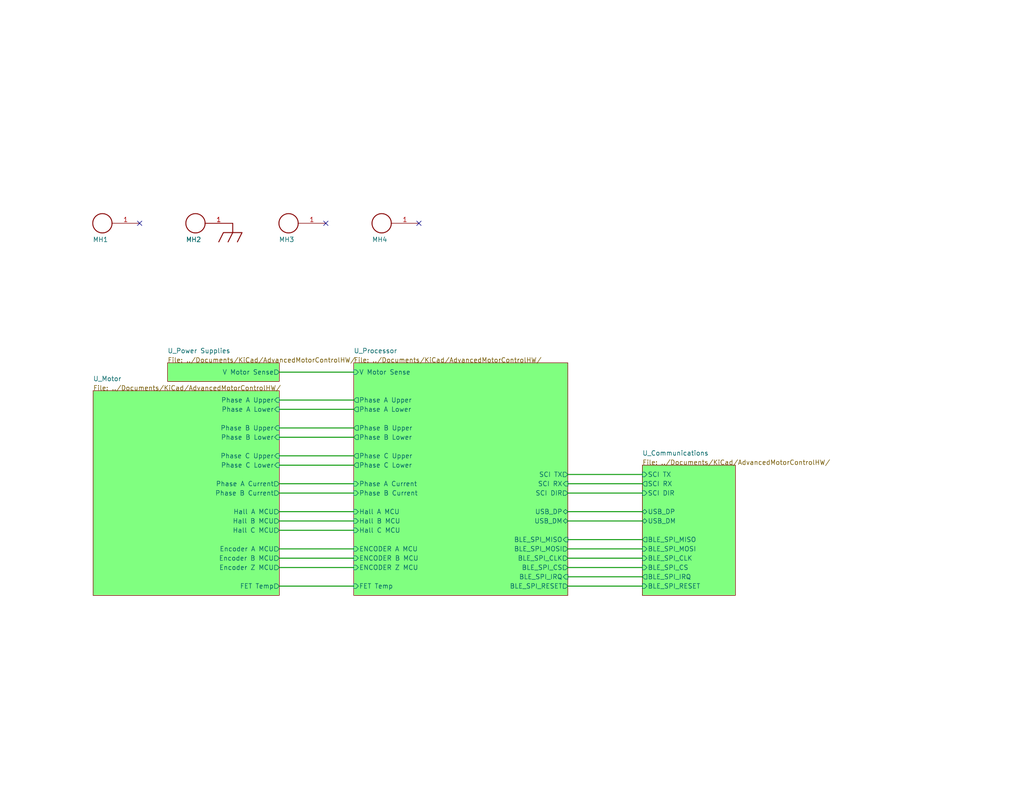
<source format=kicad_sch>
(kicad_sch (version 20211123) (generator eeschema)
  (paper "A")
  (lib_symbols
    (symbol "Top Level-altium-import:0_MH"
      (property "Value" "0_MH" (at 0 0 0))
      (symbol "0_MH_1_0"
        (circle (center 2.54 2.54) (radius 2.633) (stroke (width 0.254)))
        (pin passive line (at 12.7 2.54 180) (length 7.62) (name "") (number "1"))
      )
    )
    (symbol "Top Level-altium-import:GND_EARTH" (power)
      (property "Reference" "#PWR" (at 0 0 0))
      (property "Value" "GND_EARTH" (at 0 6.35 0))
      (symbol "GND_EARTH_0_0"
        (polyline (pts (xy 0 -2.54) (xy -1.27 -5.08)) (stroke (width 0.254)))
        (polyline (pts (xy 0 0) (xy 0 -2.54)) (stroke (width 0.254)))
        (polyline (pts (xy -3.81 -5.08) (xy -2.54 -2.54) (xy 2.54 -2.54) (xy 1.27 -5.08)) (stroke (width 0.254)))
        (pin power_in line (at 0 0 0) (length 0) hide (name "GND_EARTH") (number ""))
      )
    )
  )
  (no_connect (at 114.3 60.96))
  (no_connect (at 88.9 60.96))
  (no_connect (at 38.1 60.96))
  (wire (pts (xy 96.52 144.78) (xy 76.2 144.78)) (stroke (width 0.254)))
  (wire (pts (xy 175.26 157.48) (xy 154.94 157.48)) (stroke (width 0.254)))
  (wire (pts (xy 154.94 154.94) (xy 175.26 154.94)) (stroke (width 0.254)))
  (wire (pts (xy 96.52 111.76) (xy 76.2 111.76)) (stroke (width 0.254)))
  (wire (pts (xy 154.94 142.24) (xy 175.26 142.24)) (stroke (width 0.254)))
  (wire (pts (xy 76.2 101.6) (xy 96.52 101.6)) (stroke (width 0.254)))
  (wire (pts (xy 175.26 152.4) (xy 154.94 152.4)) (stroke (width 0.254)))
  (wire (pts (xy 96.52 139.7) (xy 76.2 139.7)) (stroke (width 0.254)))
  (wire (pts (xy 154.94 160.02) (xy 175.26 160.02)) (stroke (width 0.254)))
  (wire (pts (xy 154.94 149.86) (xy 175.26 149.86)) (stroke (width 0.254)))
  (wire (pts (xy 76.2 116.84) (xy 96.52 116.84)) (stroke (width 0.254)))
  (wire (pts (xy 76.2 154.94) (xy 96.52 154.94)) (stroke (width 0.254)))
  (wire (pts (xy 96.52 127) (xy 76.2 127)) (stroke (width 0.254)))
  (wire (pts (xy 96.52 152.4) (xy 76.2 152.4)) (stroke (width 0.254)))
  (wire (pts (xy 96.52 119.38) (xy 76.2 119.38)) (stroke (width 0.254)))
  (wire (pts (xy 175.26 132.08) (xy 154.94 132.08)) (stroke (width 0.254)))
  (wire (pts (xy 154.94 129.54) (xy 175.26 129.54)) (stroke (width 0.254)))
  (wire (pts (xy 76.2 160.02) (xy 96.52 160.02)) (stroke (width 0.254)))
  (wire (pts (xy 175.26 139.7) (xy 154.94 139.7)) (stroke (width 0.254)))
  (wire (pts (xy 154.94 134.62) (xy 175.26 134.62)) (stroke (width 0.254)))
  (wire (pts (xy 76.2 109.22) (xy 96.52 109.22)) (stroke (width 0.254)))
  (wire (pts (xy 175.26 147.32) (xy 154.94 147.32)) (stroke (width 0.254)))
  (wire (pts (xy 76.2 149.86) (xy 96.52 149.86)) (stroke (width 0.254)))
  (wire (pts (xy 96.52 134.62) (xy 76.2 134.62)) (stroke (width 0.254)))
  (wire (pts (xy 76.2 142.24) (xy 96.52 142.24)) (stroke (width 0.254)))
  (wire (pts (xy 76.2 124.46) (xy 96.52 124.46)) (stroke (width 0.254)))
  (wire (pts (xy 76.2 132.08) (xy 96.52 132.08)) (stroke (width 0.254)))
  (symbol (lib_id "Top Level-altium-import:0_MH") (at 50.8 63.5 0) (unit 1)
    (property "Reference" "MH2" (at 50.707 66.133 0) (effects (justify left bottom)))
    (property "Value" "MH" (effects hide))
    (property "Footprint" "#4 - 40" (effects hide))
    (property "SUPPLIER 1" "Digi-Key" (effects hide))
    (property "SUPPLIER PART NUMBER 1" "36-3480-ND" (effects hide))
    (property "MANUFACTURER" "Keystone Electronics" (effects hide))
    (property "MANUFACTURER PART NUMBER" "3480" (effects hide))
  )
  (symbol (lib_id "Top Level-altium-import:GND_EARTH") (at 63.5 60.96 0) (unit 1)
    (property "Reference" "#PWR?" (effects hide))
    (property "Value" "GND_EARTH" (effects hide))
  )
  (symbol (lib_id "Top Level-altium-import:0_MH") (at 76.2 63.5 0) (unit 1)
    (property "Reference" "MH3" (at 76.107 66.133 0) (effects (justify left bottom)))
    (property "Value" "MH" (effects hide))
    (property "Footprint" "#4 - 40" (effects hide))
    (property "SUPPLIER 1" "Digi-Key" (effects hide))
    (property "SUPPLIER PART NUMBER 1" "36-3480-ND" (effects hide))
    (property "MANUFACTURER" "Keystone Electronics" (effects hide))
    (property "MANUFACTURER PART NUMBER" "3480" (effects hide))
  )
  (symbol (lib_id "Top Level-altium-import:0_MH") (at 25.4 63.5 0) (unit 1)
    (property "Reference" "MH1" (at 25.307 66.133 0) (effects (justify left bottom)))
    (property "Value" "MH" (effects hide))
    (property "Footprint" "#4 - 40" (effects hide))
    (property "SUPPLIER 1" "Digi-Key" (effects hide))
    (property "SUPPLIER PART NUMBER 1" "36-3480-ND" (effects hide))
    (property "MANUFACTURER" "Keystone Electronics" (effects hide))
    (property "MANUFACTURER PART NUMBER" "3480" (effects hide))
  )
  (symbol (lib_id "Top Level-altium-import:0_MH") (at 101.6 63.5 0) (unit 1)
    (property "Reference" "MH4" (at 101.507 66.133 0) (effects (justify left bottom)))
    (property "Value" "MH" (effects hide))
    (property "Footprint" "#4 - 40" (effects hide))
    (property "SUPPLIER 1" "Digi-Key" (effects hide))
    (property "SUPPLIER PART NUMBER 1" "36-3480-ND" (effects hide))
    (property "MANUFACTURER" "Keystone Electronics" (effects hide))
    (property "MANUFACTURER PART NUMBER" "3480" (effects hide))
  )
  (sheet (at 175.26 127) (size 25.4 35.56) (stroke (width 0) (color 128 0 0 1)) (fill (color 128 255 128 1.0000))
    (property "Sheet name" "U_Communications" (at 175.26 124.46 0) (effects (justify left bottom)))
    (property "Sheet file" "../Documents/KiCad/AdvancedMotorControlHW/" (at 175.26 127 0) (effects (justify left bottom)))
    (pin "USB_DM" bidirectional (at 175.26 142.24 180))
    (pin "USB_DP" bidirectional (at 175.26 139.7 180))
    (pin "SCI DIR" input (at 175.26 134.62 180))
    (pin "SCI TX" input (at 175.26 129.54 180))
    (pin "SCI RX" output (at 175.26 132.08 180))
    (pin "BLE_SPI_MISO" output (at 175.26 147.32 180))
    (pin "BLE_SPI_MOSI" input (at 175.26 149.86 180))
    (pin "BLE_SPI_CS" input (at 175.26 154.94 180))
    (pin "BLE_SPI_IRQ" output (at 175.26 157.48 180))
    (pin "BLE_SPI_CLK" input (at 175.26 152.4 180))
    (pin "BLE_SPI_RESET" input (at 175.26 160.02 180))
  )
  (sheet (at 25.4 106.68) (size 50.8 55.88) (stroke (width 0) (color 128 0 0 1)) (fill (color 128 255 128 1.0000))
    (property "Sheet name" "U_Motor" (at 25.4 104.14 0) (effects (justify left bottom)))
    (property "Sheet file" "../Documents/KiCad/AdvancedMotorControlHW/" (at 25.4 106.68 0) (effects (justify left bottom)))
    (pin "Phase A Upper" input (at 76.2 109.22 0))
    (pin "Phase C Lower" input (at 76.2 127 0))
    (pin "Phase A Current" output (at 76.2 132.08 0))
    (pin "Phase C Upper" input (at 76.2 124.46 0))
    (pin "FET Temp" output (at 76.2 160.02 0))
    (pin "Phase A Lower" input (at 76.2 111.76 0))
    (pin "Phase B Upper" input (at 76.2 116.84 0))
    (pin "Phase B Lower" input (at 76.2 119.38 0))
    (pin "Phase B Current" output (at 76.2 134.62 0))
    (pin "Hall C MCU" output (at 76.2 144.78 0))
    (pin "Encoder A MCU" output (at 76.2 149.86 0))
    (pin "Hall A MCU" output (at 76.2 139.7 0))
    (pin "Encoder B MCU" output (at 76.2 152.4 0))
    (pin "Encoder Z MCU" output (at 76.2 154.94 0))
    (pin "Hall B MCU" output (at 76.2 142.24 0))
  )
  (sheet (at 96.52 99.06) (size 58.42 63.5) (stroke (width 0) (color 128 0 0 1)) (fill (color 128 255 128 1.0000))
    (property "Sheet name" "U_Processor" (at 96.52 96.52 0) (effects (justify left bottom)))
    (property "Sheet file" "../Documents/KiCad/AdvancedMotorControlHW/" (at 96.52 99.06 0) (effects (justify left bottom)))
    (pin "USB_DM" bidirectional (at 154.94 142.24 0))
    (pin "USB_DP" bidirectional (at 154.94 139.7 0))
    (pin "Phase B Current" input (at 96.52 134.62 180))
    (pin "Phase A Current" input (at 96.52 132.08 180))
    (pin "Phase C Lower" output (at 96.52 127 180))
    (pin "Phase C Upper" output (at 96.52 124.46 180))
    (pin "Phase B Lower" output (at 96.52 119.38 180))
    (pin "Phase A Lower" output (at 96.52 111.76 180))
    (pin "FET Temp" input (at 96.52 160.02 180))
    (pin "Phase B Upper" output (at 96.52 116.84 180))
    (pin "Phase A Upper" output (at 96.52 109.22 180))
    (pin "SCI DIR" output (at 154.94 134.62 0))
    (pin "SCI TX" output (at 154.94 129.54 0))
    (pin "SCI RX" input (at 154.94 132.08 0))
    (pin "BLE_SPI_IRQ" input (at 154.94 157.48 0))
    (pin "BLE_SPI_MOSI" output (at 154.94 149.86 0))
    (pin "BLE_SPI_CS" output (at 154.94 154.94 0))
    (pin "BLE_SPI_CLK" output (at 154.94 152.4 0))
    (pin "BLE_SPI_MISO" input (at 154.94 147.32 0))
    (pin "V Motor Sense" input (at 96.52 101.6 180))
    (pin "ENCODER A MCU" input (at 96.52 149.86 180))
    (pin "Hall B MCU" input (at 96.52 142.24 180))
    (pin "Hall A MCU" input (at 96.52 139.7 180))
    (pin "ENCODER Z MCU" input (at 96.52 154.94 180))
    (pin "Hall C MCU" input (at 96.52 144.78 180))
    (pin "ENCODER B MCU" input (at 96.52 152.4 180))
    (pin "BLE_SPI_RESET" output (at 154.94 160.02 0))
  )
  (sheet (at 45.72 99.06) (size 30.48 5.08) (stroke (width 0) (color 128 0 0 1)) (fill (color 128 255 128 1.0000))
    (property "Sheet name" "U_Power Supplies" (at 45.72 96.52 0) (effects (justify left bottom)))
    (property "Sheet file" "../Documents/KiCad/AdvancedMotorControlHW/" (at 45.72 99.06 0) (effects (justify left bottom)))
    (pin "V Motor Sense" output (at 76.2 101.6 0))
  )
)
</source>
